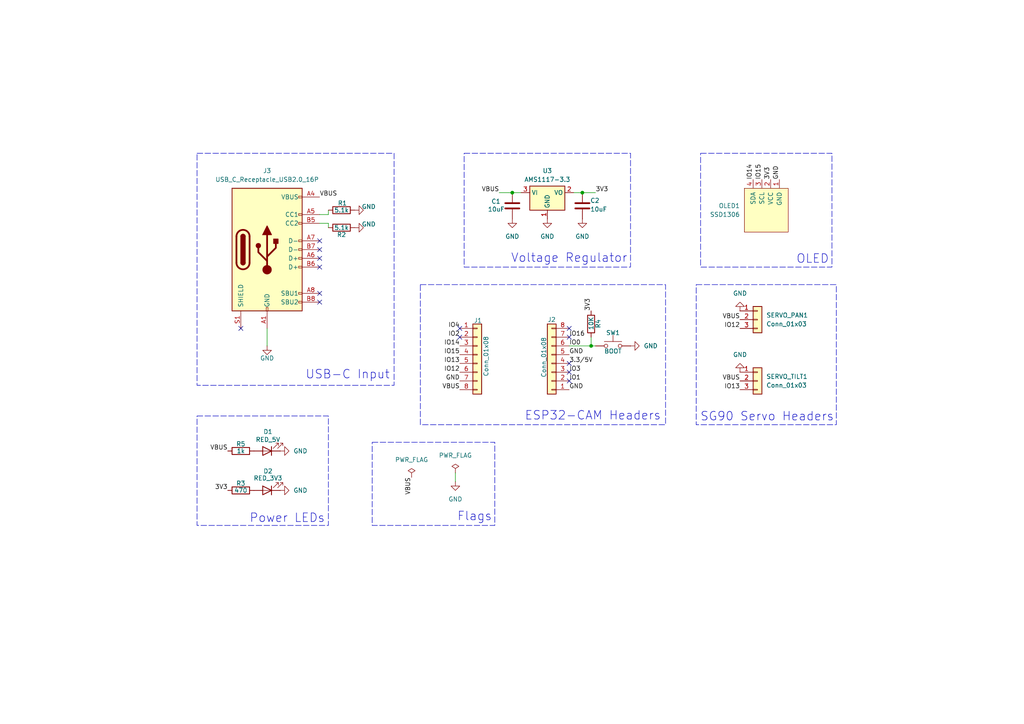
<source format=kicad_sch>
(kicad_sch (version 20250114) (generator "eeschema") (generator_version "9.0")
  (paper "A4")
  (title_block (title "ESP32-CAM AI Camera") (date "2025-07-30") (rev "1.0") (company "Designed by Mauro Ferreira") (comment 1 "ESP32-CAM + OLED + Dual Servo Control") (comment 2 "Modular PCB for ML Object Tracking with Pan-Tilt System") (comment 3 "Includes onboard USB-C power, AMS1117 regulator, and SSD1306 interface"))
  (lib_symbols
    (symbol "Connector:USB_C_Receptacle_USB2.0_16P" (pin_names (offset 1.016))
      (property "Reference" "J" (at 0 22.225 0))
      (property "Value" "USB_C_Receptacle_USB2.0_16P" (at 0 19.685 0))
      (symbol "USB_C_Receptacle_USB2.0_16P_0_0"
        (rectangle (start -0.254 -17.78) (end 0.254 -16.764))
        (rectangle (start 10.16 15.494) (end 9.144 14.986))
        (rectangle (start 10.16 10.414) (end 9.144 9.906))
        (rectangle (start 10.16 7.874) (end 9.144 7.366))
        (rectangle (start 10.16 2.794) (end 9.144 2.286))
        (rectangle (start 10.16 0.254) (end 9.144 -0.254))
        (rectangle (start 10.16 -2.286) (end 9.144 -2.794))
        (rectangle (start 10.16 -4.826) (end 9.144 -5.334))
        (rectangle (start 10.16 -12.446) (end 9.144 -12.954))
        (rectangle (start 10.16 -14.986) (end 9.144 -15.494))
      )
      (symbol "USB_C_Receptacle_USB2.0_16P_0_1"
        (rectangle (start -10.16 17.78) (end 10.16 -17.78) (stroke (width 0.254)) (fill (type background)))
        (polyline (pts (xy -8.89 -3.81) (xy -8.89 3.81)) (stroke (width 0.508)))
        (rectangle (start -7.62 -3.81) (end -6.35 3.81) (stroke (width 0.254)) (fill (type outline)))
        (arc (start -7.62 3.81) (mid -6.985 4.4423) (end -6.35 3.81) (stroke (width 0.254)))
        (arc (start -7.62 3.81) (mid -6.985 4.4423) (end -6.35 3.81) (stroke (width 0.254)) (fill (type outline)))
        (arc (start -8.89 3.81) (mid -6.985 5.7067) (end -5.08 3.81) (stroke (width 0.508)))
        (arc (start -5.08 -3.81) (mid -6.985 -5.7067) (end -8.89 -3.81) (stroke (width 0.508)))
        (arc (start -6.35 -3.81) (mid -6.985 -4.4423) (end -7.62 -3.81) (stroke (width 0.254)))
        (arc (start -6.35 -3.81) (mid -6.985 -4.4423) (end -7.62 -3.81) (stroke (width 0.254)) (fill (type outline)))
        (polyline (pts (xy -5.08 3.81) (xy -5.08 -3.81)) (stroke (width 0.508)))
        (circle (center -2.54 1.143) (radius 0.635) (stroke (width 0.254)) (fill (type outline)))
        (polyline (pts (xy -1.27 4.318) (xy 0 6.858) (xy 1.27 4.318) (xy -1.27 4.318)) (stroke (width 0.254)) (fill (type outline)))
        (polyline (pts (xy 0 -2.032) (xy 2.54 0.508) (xy 2.54 1.778)) (stroke (width 0.508)))
        (polyline (pts (xy 0 -3.302) (xy -2.54 -0.762) (xy -2.54 0.508)) (stroke (width 0.508)))
        (polyline (pts (xy 0 -5.842) (xy 0 4.318)) (stroke (width 0.508)))
        (circle (center 0 -5.842) (radius 1.27) (fill (type outline)))
        (rectangle (start 1.905 1.778) (end 3.175 3.048) (stroke (width 0.254)) (fill (type outline)))
      )
      (symbol "USB_C_Receptacle_USB2.0_16P_1_1"
        (pin passive line (at -7.62 -22.86 90) (length 5.08) (name "SHIELD") (number "S1"))
        (pin passive line (at 0 -22.86 90) (length 5.08) (name "GND") (number "A1"))
        (pin passive line (at 0 -22.86 90) (length 5.08) (hide yes) (name "GND") (number "A12"))
        (pin passive line (at 0 -22.86 90) (length 5.08) (hide yes) (name "GND") (number "B1"))
        (pin passive line (at 0 -22.86 90) (length 5.08) (hide yes) (name "GND") (number "B12"))
        (pin passive line (at 15.24 15.24 180) (length 5.08) (name "VBUS") (number "A4"))
        (pin passive line (at 15.24 15.24 180) (length 5.08) (hide yes) (name "VBUS") (number "A9"))
        (pin passive line (at 15.24 15.24 180) (length 5.08) (hide yes) (name "VBUS") (number "B4"))
        (pin passive line (at 15.24 15.24 180) (length 5.08) (hide yes) (name "VBUS") (number "B9"))
        (pin bidirectional line (at 15.24 10.16 180) (length 5.08) (name "CC1") (number "A5"))
        (pin bidirectional line (at 15.24 7.62 180) (length 5.08) (name "CC2") (number "B5"))
        (pin bidirectional line (at 15.24 2.54 180) (length 5.08) (name "D-") (number "A7"))
        (pin bidirectional line (at 15.24 0 180) (length 5.08) (name "D-") (number "B7"))
        (pin bidirectional line (at 15.24 -2.54 180) (length 5.08) (name "D+") (number "A6"))
        (pin bidirectional line (at 15.24 -5.08 180) (length 5.08) (name "D+") (number "B6"))
        (pin bidirectional line (at 15.24 -12.7 180) (length 5.08) (name "SBU1") (number "A8"))
        (pin bidirectional line (at 15.24 -15.24 180) (length 5.08) (name "SBU2") (number "B8"))
      )
    )
    (symbol "Connector_Generic:Conn_01x03" (pin_names (offset 1.016) (hide yes))
      (property "Reference" "J" (at 0 5.08 0))
      (property "Value" "Conn_01x03" (at 0 -5.08 0))
      (symbol "Conn_01x03_1_1"
        (rectangle (start -1.27 3.81) (end 1.27 -3.81) (stroke (width 0.254)) (fill (type background)))
        (rectangle (start -1.27 2.667) (end 0 2.413) (stroke (width 0.1524)))
        (rectangle (start -1.27 0.127) (end 0 -0.127) (stroke (width 0.1524)))
        (rectangle (start -1.27 -2.413) (end 0 -2.667) (stroke (width 0.1524)))
        (pin passive line (at -5.08 2.54 0) (length 3.81) (name "Pin_1") (number "1"))
        (pin passive line (at -5.08 0 0) (length 3.81) (name "Pin_2") (number "2"))
        (pin passive line (at -5.08 -2.54 0) (length 3.81) (name "Pin_3") (number "3"))
      )
    )
    (symbol "Connector_Generic:Conn_01x08" (pin_names (offset 1.016) (hide yes))
      (property "Reference" "J" (at 0 10.16 0))
      (property "Value" "Conn_01x08" (at 0 -12.7 0))
      (symbol "Conn_01x08_1_1"
        (rectangle (start -1.27 8.89) (end 1.27 -11.43) (stroke (width 0.254)) (fill (type background)))
        (rectangle (start -1.27 7.747) (end 0 7.493) (stroke (width 0.1524)))
        (rectangle (start -1.27 5.207) (end 0 4.953) (stroke (width 0.1524)))
        (rectangle (start -1.27 2.667) (end 0 2.413) (stroke (width 0.1524)))
        (rectangle (start -1.27 0.127) (end 0 -0.127) (stroke (width 0.1524)))
        (rectangle (start -1.27 -2.413) (end 0 -2.667) (stroke (width 0.1524)))
        (rectangle (start -1.27 -4.953) (end 0 -5.207) (stroke (width 0.1524)))
        (rectangle (start -1.27 -7.493) (end 0 -7.747) (stroke (width 0.1524)))
        (rectangle (start -1.27 -10.033) (end 0 -10.287) (stroke (width 0.1524)))
        (pin passive line (at -5.08 7.62 0) (length 3.81) (name "Pin_1") (number "1"))
        (pin passive line (at -5.08 5.08 0) (length 3.81) (name "Pin_2") (number "2"))
        (pin passive line (at -5.08 2.54 0) (length 3.81) (name "Pin_3") (number "3"))
        (pin passive line (at -5.08 0 0) (length 3.81) (name "Pin_4") (number "4"))
        (pin passive line (at -5.08 -2.54 0) (length 3.81) (name "Pin_5") (number "5"))
        (pin passive line (at -5.08 -5.08 0) (length 3.81) (name "Pin_6") (number "6"))
        (pin passive line (at -5.08 -7.62 0) (length 3.81) (name "Pin_7") (number "7"))
        (pin passive line (at -5.08 -10.16 0) (length 3.81) (name "Pin_8") (number "8"))
      )
    )
    (symbol "Device:C" (pin_numbers (hide yes)) (pin_names (offset 0.254))
      (property "Reference" "C" (at 0.635 2.54 0))
      (property "Value" "C" (at 0.635 -2.54 0))
      (symbol "C_0_1"
        (polyline (pts (xy -2.032 0.762) (xy 2.032 0.762)) (stroke (width 0.508)))
        (polyline (pts (xy -2.032 -0.762) (xy 2.032 -0.762)) (stroke (width 0.508)))
      )
      (symbol "C_1_1"
        (pin passive line (at 0 3.81 270) (length 2.794) (name "~") (number "1"))
        (pin passive line (at 0 -3.81 90) (length 2.794) (name "~") (number "2"))
      )
    )
    (symbol "Device:LED" (pin_numbers (hide yes)) (pin_names (offset 1.016) (hide yes))
      (property "Reference" "D" (at 0 2.54 0))
      (property "Value" "LED" (at 0 -2.54 0))
      (symbol "LED_0_1"
        (polyline (pts (xy -3.048 -0.762) (xy -4.572 -2.286) (xy -3.81 -2.286) (xy -4.572 -2.286) (xy -4.572 -1.524)))
        (polyline (pts (xy -1.778 -0.762) (xy -3.302 -2.286) (xy -2.54 -2.286) (xy -3.302 -2.286) (xy -3.302 -1.524)))
        (polyline (pts (xy -1.27 0) (xy 1.27 0)))
        (polyline (pts (xy -1.27 -1.27) (xy -1.27 1.27)) (stroke (width 0.254)))
        (polyline (pts (xy 1.27 -1.27) (xy 1.27 1.27) (xy -1.27 0) (xy 1.27 -1.27)) (stroke (width 0.254)))
      )
      (symbol "LED_1_1"
        (pin passive line (at -3.81 0 0) (length 2.54) (name "K") (number "1"))
        (pin passive line (at 3.81 0 180) (length 2.54) (name "A") (number "2"))
      )
    )
    (symbol "Device:R" (pin_numbers (hide yes)) (pin_names (offset 0))
      (property "Reference" "R" (at 2.032 0 90))
      (property "Value" "R" (at 0 0 90))
      (symbol "R_0_1"
        (rectangle (start -1.016 -2.54) (end 1.016 2.54) (stroke (width 0.254)))
      )
      (symbol "R_1_1"
        (pin passive line (at 0 3.81 270) (length 1.27) (name "~") (number "1"))
        (pin passive line (at 0 -3.81 90) (length 1.27) (name "~") (number "2"))
      )
    )
    (symbol "Regulator_Linear:AMS1117-3.3"
      (property "Reference" "U" (at -3.81 3.175 0))
      (property "Value" "AMS1117-3.3" (at 0 3.175 0))
      (symbol "AMS1117-3.3_0_1"
        (rectangle (start -5.08 -5.08) (end 5.08 1.905) (stroke (width 0.254)) (fill (type background)))
      )
      (symbol "AMS1117-3.3_1_1"
        (pin power_in line (at -7.62 0 0) (length 2.54) (name "VI") (number "3"))
        (pin power_in line (at 0 -7.62 90) (length 2.54) (name "GND") (number "1"))
        (pin power_out line (at 7.62 0 180) (length 2.54) (name "VO") (number "2"))
      )
    )
    (symbol "SSD1306-128x64_OLED:SSD1306" (pin_names (offset 1.016))
      (property "Reference" "Brd" (at 0 -3.81 0))
      (property "Value" "SSD1306" (at 0 -1.27 0))
      (symbol "SSD1306_0_1"
        (rectangle (start -6.35 6.35) (end 6.35 -6.35) (fill (type background)))
      )
      (symbol "SSD1306_1_1"
        (pin input line (at -3.81 8.89 270) (length 2.54) (name "GND") (number "1"))
        (pin input line (at -1.27 8.89 270) (length 2.54) (name "VCC") (number "2"))
        (pin input line (at 1.27 8.89 270) (length 2.54) (name "SCL") (number "3"))
        (pin input line (at 3.81 8.89 270) (length 2.54) (name "SDA") (number "4"))
      )
    )
    (symbol "Switch:SW_Push" (pin_numbers (hide yes)) (pin_names (offset 1.016) (hide yes))
      (property "Reference" "SW" (at 1.27 2.54 0))
      (property "Value" "SW_Push" (at 0 -1.524 0))
      (symbol "SW_Push_0_1"
        (circle (center -2.032 0) (radius 0.508))
        (polyline (pts (xy 0 1.27) (xy 0 3.048)))
        (circle (center 2.032 0) (radius 0.508))
        (polyline (pts (xy 2.54 1.27) (xy -2.54 1.27)))
        (pin passive line (at -5.08 0 0) (length 2.54) (name "1") (number "1"))
        (pin passive line (at 5.08 0 180) (length 2.54) (name "2") (number "2"))
      )
    )
    (symbol "power:GND" (power) (pin_numbers (hide yes)) (pin_names (offset 0) (hide yes))
      (property "Value" "GND" (at 0 -3.81 0))
      (symbol "GND_0_1"
        (polyline (pts (xy 0 0) (xy 0 -1.27) (xy 1.27 -1.27) (xy 0 -2.54) (xy -1.27 -1.27) (xy 0 -1.27)))
      )
      (symbol "GND_1_1"
        (pin power_in line (at 0 0 270) (length 0) (name "~") (number "1"))
      )
    )
    (symbol "power:PWR_FLAG" (power) (pin_numbers (hide yes)) (pin_names (offset 0) (hide yes))
      (property "Value" "PWR_FLAG" (at 0 3.81 0))
      (symbol "PWR_FLAG_0_0"
        (pin power_out line (at 0 0 90) (length 0) (name "~") (number "1"))
      )
      (symbol "PWR_FLAG_0_1"
        (polyline (pts (xy 0 0) (xy 0 1.27) (xy -1.016 1.905) (xy 0 2.54) (xy 1.016 1.905) (xy 0 1.27)))
      )
    )
  )
  (rectangle (start 57.15 44.45) (end 114.3 111.76) (stroke (width 0) (type dash)))
  (rectangle (start 203.2 44.45) (end 241.3 77.47) (stroke (width 0) (type dash)))
  (rectangle (start 134.62 44.45) (end 182.88 77.47) (stroke (width 0) (type dash)))
  (rectangle (start 57.15 120.65) (end 95.25 152.4) (stroke (width 0) (type dash)))
  (rectangle (start 201.93 82.55) (end 242.57 123.19) (stroke (width 0) (type dash)))
  (rectangle (start 107.95 128.27) (end 143.51 152.4) (stroke (width 0) (type dash)))
  (rectangle (start 121.92 82.55) (end 193.04 123.19) (stroke (width 0) (type dash)))
  (text "Voltage Regulator" (at 165.1 74.93 0) (effects (font (size 2.5 2.5))))
  (text "Power LEDs" (at 83.312 150.368 0) (effects (font (size 2.5 2.5))))
  (text "OLED" (at 235.712 75.184 0) (effects (font (size 2.5 2.5))))
  (text "ESP32-CAM Headers" (at 171.958 120.65 0) (effects (font (size 2.5 2.5))))
  (text "Flags" (at 137.668 149.86 0) (effects (font (size 2.5 2.5))))
  (text "SG90 Servo Headers" (at 222.504 120.904 0) (effects (font (size 2.5 2.5))))
  (text "USB-C Input" (at 100.838 108.712 0) (effects (font (size 2.5 2.5))))
  (junction (at 148.59 55.88))
  (junction (at 171.45 100.33))
  (junction (at 168.91 55.88))
  (no_connect (at 92.71 85.09))
  (no_connect (at 92.71 77.47))
  (no_connect (at 92.71 74.93))
  (no_connect (at 165.1 110.49))
  (no_connect (at 165.1 97.79))
  (no_connect (at 92.71 72.39))
  (no_connect (at 133.35 97.79))
  (no_connect (at 92.71 87.63))
  (no_connect (at 133.35 95.25))
  (no_connect (at 165.1 105.41))
  (no_connect (at 165.1 95.25))
  (no_connect (at 165.1 107.95))
  (no_connect (at 92.71 69.85))
  (no_connect (at 69.85 95.25))
  (wire (pts (xy 92.71 62.23) (xy 95.25 62.23)))
  (wire (pts (xy 166.37 55.88) (xy 168.91 55.88)))
  (wire (pts (xy 171.45 100.33) (xy 172.72 100.33)))
  (wire (pts (xy 77.47 95.25) (xy 77.47 100.33)))
  (wire (pts (xy 171.45 97.79) (xy 171.45 100.33)))
  (wire (pts (xy 168.91 55.88) (xy 172.72 55.88)))
  (wire (pts (xy 148.59 55.88) (xy 151.13 55.88)))
  (wire (pts (xy 165.1 100.33) (xy 171.45 100.33)))
  (wire (pts (xy 95.25 62.23) (xy 95.25 60.96)))
  (wire (pts (xy 144.78 55.88) (xy 148.59 55.88)))
  (wire (pts (xy 132.08 137.16) (xy 132.08 139.7)))
  (wire (pts (xy 95.25 64.77) (xy 95.25 66.04)))
  (wire (pts (xy 92.71 64.77) (xy 95.25 64.77)))
  (label "GND" (at 226.06 52.07 90))
  (label "IO14" (at 218.44 52.07 90))
  (label "3V3" (at 223.52 52.07 90))
  (label "GND" (at 133.35 110.49 180))
  (label "IO14" (at 133.35 100.33 180))
  (label "IO0" (at 165.1 100.33 0))
  (label "3V3" (at 171.45 90.17 90))
  (label "3V3" (at 66.04 142.24 180))
  (label "IO2" (at 133.35 97.79 180))
  (label "IO13" (at 133.35 105.41 180))
  (label "GND" (at 165.1 113.03 0))
  (label "VBUS" (at 119.38 138.43 270))
  (label "IO15" (at 133.35 102.87 180))
  (label "IO15" (at 220.98 52.07 90))
  (label "IO16" (at 165.1 97.79 0))
  (label "VBUS" (at 214.63 110.49 180))
  (label "IO1" (at 165.1 110.49 0))
  (label "VBUS" (at 144.78 55.88 180))
  (label "IO12" (at 214.63 95.25 180))
  (label "VBUS" (at 66.04 130.81 180))
  (label "VBUS" (at 133.35 113.03 180))
  (label "GND" (at 165.1 102.87 0))
  (label "IO4" (at 133.35 95.25 180))
  (label "IO13" (at 214.63 113.03 180))
  (label "IO12" (at 133.35 107.95 180))
  (label "3V3" (at 172.72 55.88 0))
  (label "VBUS" (at 214.63 92.71 180))
  (label "IO3" (at 165.1 107.95 0))
  (label "3.3{slash}5V" (at 165.1 105.41 0))
  (label "VBUS" (at 92.71 57.15 0))
  (symbol (lib_id "power:PWR_FLAG") (at 119.38 138.43 0) (unit 1)
    (property "Reference" "#FLG02" (effects (hide yes)))
    (property "Value" "PWR_FLAG" (at 119.38 133.35 0))
    (property "Description" "Special symbol for telling ERC where power comes from" (effects (hide yes)))
  )
  (symbol (lib_id "Device:C") (at 168.91 59.69 0) (unit 1)
    (property "Reference" "C2" (at 171.196 58.166 0) (effects (justify left)))
    (property "Value" "10uF" (at 171.196 60.706 0) (effects (justify left)))
    (property "Footprint" "Capacitor_SMD:C_0603_1608Metric" (effects (hide yes)))
    (property "Description" "Unpolarized capacitor" (effects (hide yes)))
  )
  (symbol (lib_id "power:PWR_FLAG") (at 132.08 137.16 0) (unit 1)
    (property "Reference" "#FLG01" (effects (hide yes)))
    (property "Value" "PWR_FLAG" (at 132.08 132.08 0))
    (property "Description" "Special symbol for telling ERC where power comes from" (effects (hide yes)))
  )
  (symbol (lib_id "Device:R") (at 69.85 142.24 90) (unit 1)
    (property "Reference" "R3" (at 69.85 140.208 90))
    (property "Value" "470" (at 69.85 142.24 90))
    (property "Footprint" "Resistor_SMD:R_0603_1608Metric" (effects (hide yes)))
    (property "Description" "Resistor" (effects (hide yes)))
  )
  (symbol (lib_id "Device:R") (at 171.45 93.98 0) (unit 1)
    (property "Reference" "R4" (at 173.482 95.25 90) (effects (justify left)))
    (property "Value" "10K" (at 171.45 95.758 90) (effects (justify left)))
    (property "Footprint" "Resistor_SMD:R_0603_1608Metric" (effects (hide yes)))
    (property "Description" "Resistor" (effects (hide yes)))
  )
  (symbol (lib_id "Device:LED") (at 77.47 130.81 180) (unit 1)
    (property "Reference" "D1" (at 77.724 125.222 0))
    (property "Value" "RED_5V" (at 77.724 127.508 0))
    (property "Footprint" "LED_SMD:LED_0603_1608Metric" (effects (hide yes)))
    (property "Description" "Light emitting diode" (effects (hide yes)))
    (property "Sim.Pins" "1=K 2=A" (effects (hide yes)))
  )
  (symbol (lib_id "power:GND") (at 102.87 66.04 90) (unit 1)
    (property "Reference" "#PWR03" (effects (hide yes)))
    (property "Value" "GND" (at 104.902 65.024 90) (effects (justify right)))
    (property "Description" "Power symbol creates a global label with name \"GND\" , ground" (effects (hide yes)))
  )
  (symbol (lib_id "power:GND") (at 214.63 90.17 180) (unit 1)
    (property "Reference" "#PWR06" (effects (hide yes)))
    (property "Value" "GND" (at 214.63 85.09 0))
    (property "Description" "Power symbol creates a global label with name \"GND\" , ground" (effects (hide yes)))
  )
  (symbol (lib_id "power:GND") (at 81.28 142.24 90) (unit 1)
    (property "Reference" "#PWR04" (effects (hide yes)))
    (property "Value" "GND" (at 85.09 142.2399 90) (effects (justify right)))
    (property "Description" "Power symbol creates a global label with name \"GND\" , ground" (effects (hide yes)))
  )
  (symbol (lib_id "Connector:USB_C_Receptacle_USB2.0_16P") (at 77.47 72.39 0) (unit 1)
    (property "Reference" "J3" (at 77.47 49.53 0))
    (property "Value" "USB_C_Receptacle_USB2.0_16P" (at 77.47 52.07 0))
    (property "Footprint" "Connector_USB:USB_C_Receptacle_GCT_USB4105-xx-A_16P_TopMnt_Horizontal" (effects (hide yes)))
    (property "Datasheet" "https://www.usb.org/sites/default/files/documents/usb_type-c.zip" (effects (hide yes)))
    (property "Description" "USB 2.0-only 16P Type-C Receptacle connector" (effects (hide yes)))
  )
  (symbol (lib_id "power:GND") (at 132.08 139.7 0) (unit 1)
    (property "Reference" "#PWR012" (effects (hide yes)))
    (property "Value" "GND" (at 132.08 144.78 0))
    (property "Description" "Power symbol creates a global label with name \"GND\" , ground" (effects (hide yes)))
  )
  (symbol (lib_id "SSD1306-128x64_OLED:SSD1306") (at 222.25 60.96 0) (mirror y) (unit 1)
    (property "Reference" "OLED1" (at 214.63 59.6899 0) (effects (justify left)))
    (property "Value" "SSD1306" (at 214.63 62.2299 0) (effects (justify left)))
    (property "Footprint" "SSD1306:128x64OLED" (effects (hide yes)))
    (property "Description" "SSD1306 OLED" (effects (hide yes)))
  )
  (symbol (lib_id "Switch:SW_Push") (at 177.8 100.33 0) (unit 1)
    (property "Reference" "SW1" (at 177.8 96.52 0))
    (property "Value" "BOOT" (at 177.8 101.854 0))
    (property "Footprint" "Button_Switch_SMD:SW_SPST_EVQP2_ShortPushTravel_H2.5mm" (effects (hide yes)))
    (property "Description" "Push button switch, generic, two pins" (effects (hide yes)))
  )
  (symbol (lib_id "power:GND") (at 148.59 63.5 0) (unit 1)
    (property "Reference" "#PWR08" (effects (hide yes)))
    (property "Value" "GND" (at 148.59 68.58 0))
    (property "Description" "Power symbol creates a global label with name \"GND\" , ground" (effects (hide yes)))
  )
  (symbol (lib_id "Regulator_Linear:AMS1117-3.3") (at 158.75 55.88 0) (unit 1)
    (property "Reference" "U3" (at 158.75 49.53 0))
    (property "Value" "AMS1117-3.3" (at 158.75 52.07 0))
    (property "Footprint" "Package_TO_SOT_SMD:SOT-223-3_TabPin2" (effects (hide yes)))
    (property "Datasheet" "http://www.advanced-monolithic.com/pdf/ds1117.pdf" (effects (hide yes)))
    (property "Description" "1A Low Dropout regulator, positive, 3.3V fixed output, SOT-223" (effects (hide yes)))
  )
  (symbol (lib_id "power:GND") (at 102.87 60.96 90) (unit 1)
    (property "Reference" "#PWR02" (effects (hide yes)))
    (property "Value" "GND" (at 104.902 59.944 90) (effects (justify right)))
    (property "Description" "Power symbol creates a global label with name \"GND\" , ground" (effects (hide yes)))
  )
  (symbol (lib_id "power:GND") (at 168.91 63.5 0) (unit 1)
    (property "Reference" "#PWR07" (effects (hide yes)))
    (property "Value" "GND" (at 168.91 68.58 0))
    (property "Description" "Power symbol creates a global label with name \"GND\" , ground" (effects (hide yes)))
  )
  (symbol (lib_id "Connector_Generic:Conn_01x08") (at 138.43 102.87 0) (unit 1)
    (property "Reference" "J1" (at 137.414 92.964 0) (effects (justify left)))
    (property "Value" "Conn_01x08" (at 140.97 109.22 90) (effects (justify left)))
    (property "Footprint" "Connector_PinHeader_2.54mm:PinHeader_1x08_P2.54mm_Vertical" (effects (hide yes)))
    (property "Description" "Generic connector, single row, 01x08, script generated (kicad-library-utils/schlib/autogen/connector/)" (effects (hide yes)))
  )
  (symbol (lib_id "Device:R") (at 99.06 60.96 90) (unit 1)
    (property "Reference" "R1" (at 99.314 58.928 90))
    (property "Value" "5.1k" (at 99.06 60.96 90))
    (property "Footprint" "Resistor_SMD:R_0603_1608Metric" (effects (hide yes)))
    (property "Description" "Resistor" (effects (hide yes)))
  )
  (symbol (lib_id "power:GND") (at 81.28 130.81 90) (unit 1)
    (property "Reference" "#PWR010" (effects (hide yes)))
    (property "Value" "GND" (at 85.09 130.8099 90) (effects (justify right)))
    (property "Description" "Power symbol creates a global label with name \"GND\" , ground" (effects (hide yes)))
  )
  (symbol (lib_id "Connector_Generic:Conn_01x03") (at 219.71 110.49 0) (unit 1)
    (property "Reference" "SERVO_TILT1" (at 222.25 109.2199 0) (effects (justify left)))
    (property "Value" "Conn_01x03" (at 222.25 111.7599 0) (effects (justify left)))
    (property "Footprint" "Connector_PinHeader_2.54mm:PinHeader_1x03_P2.54mm_Vertical" (effects (hide yes)))
    (property "Description" "Generic connector, single row, 01x03, script generated (kicad-library-utils/schlib/autogen/connector/)" (effects (hide yes)))
  )
  (symbol (lib_id "Device:LED") (at 77.47 142.24 180) (unit 1)
    (property "Reference" "D2" (at 77.724 136.652 0))
    (property "Value" "RED_3V3" (at 77.724 138.684 0))
    (property "Footprint" "LED_SMD:LED_0603_1608Metric" (effects (hide yes)))
    (property "Description" "Light emitting diode" (effects (hide yes)))
    (property "Sim.Pins" "1=K 2=A" (effects (hide yes)))
  )
  (symbol (lib_id "Device:C") (at 148.59 59.69 0) (unit 1)
    (property "Reference" "C1" (at 142.494 58.42 0) (effects (justify left)))
    (property "Value" "10uF" (at 141.478 60.706 0) (effects (justify left)))
    (property "Footprint" "Capacitor_SMD:C_0603_1608Metric" (effects (hide yes)))
    (property "Description" "Unpolarized capacitor" (effects (hide yes)))
  )
  (symbol (lib_id "Device:R") (at 99.06 66.04 90) (unit 1)
    (property "Reference" "R2" (at 99.06 68.072 90))
    (property "Value" "5.1k" (at 99.06 66.04 90))
    (property "Footprint" "Resistor_SMD:R_0603_1608Metric" (effects (hide yes)))
    (property "Description" "Resistor" (effects (hide yes)))
  )
  (symbol (lib_id "power:GND") (at 158.75 63.5 0) (unit 1)
    (property "Reference" "#PWR09" (effects (hide yes)))
    (property "Value" "GND" (at 158.75 68.58 0))
    (property "Description" "Power symbol creates a global label with name \"GND\" , ground" (effects (hide yes)))
  )
  (symbol (lib_id "power:GND") (at 182.88 100.33 90) (unit 1)
    (property "Reference" "#PWR05" (effects (hide yes)))
    (property "Value" "GND" (at 186.69 100.3299 90) (effects (justify right)))
    (property "Description" "Power symbol creates a global label with name \"GND\" , ground" (effects (hide yes)))
  )
  (symbol (lib_id "Connector_Generic:Conn_01x08") (at 160.02 105.41 180) (unit 1)
    (property "Reference" "J2" (at 160.02 92.71 0))
    (property "Value" "Conn_01x08" (at 157.734 103.632 90))
    (property "Footprint" "Connector_PinHeader_2.54mm:PinHeader_1x08_P2.54mm_Vertical" (effects (hide yes)))
    (property "Description" "Generic connector, single row, 01x08, script generated (kicad-library-utils/schlib/autogen/connector/)" (effects (hide yes)))
  )
  (symbol (lib_id "power:GND") (at 214.63 107.95 180) (unit 1)
    (property "Reference" "#PWR011" (effects (hide yes)))
    (property "Value" "GND" (at 214.63 102.87 0))
    (property "Description" "Power symbol creates a global label with name \"GND\" , ground" (effects (hide yes)))
  )
  (symbol (lib_id "power:GND") (at 77.47 100.33 0) (unit 1)
    (property "Reference" "#PWR01" (effects (hide yes)))
    (property "Value" "GND" (at 77.47 103.886 0))
    (property "Description" "Power symbol creates a global label with name \"GND\" , ground" (effects (hide yes)))
  )
  (symbol (lib_id "Device:R") (at 69.85 130.81 90) (unit 1)
    (property "Reference" "R5" (at 69.85 128.778 90))
    (property "Value" "1k" (at 69.85 130.81 90))
    (property "Footprint" "Resistor_SMD:R_0603_1608Metric" (effects (hide yes)))
    (property "Description" "Resistor" (effects (hide yes)))
  )
  (symbol (lib_id "Connector_Generic:Conn_01x03") (at 219.71 92.71 0) (unit 1)
    (property "Reference" "SERVO_PAN1" (at 222.25 91.4399 0) (effects (justify left)))
    (property "Value" "Conn_01x03" (at 222.25 93.9799 0) (effects (justify left)))
    (property "Footprint" "Connector_PinHeader_2.54mm:PinHeader_1x03_P2.54mm_Vertical" (effects (hide yes)))
    (property "Description" "Generic connector, single row, 01x03, script generated (kicad-library-utils/schlib/autogen/connector/)" (effects (hide yes)))
  )
)
</source>
